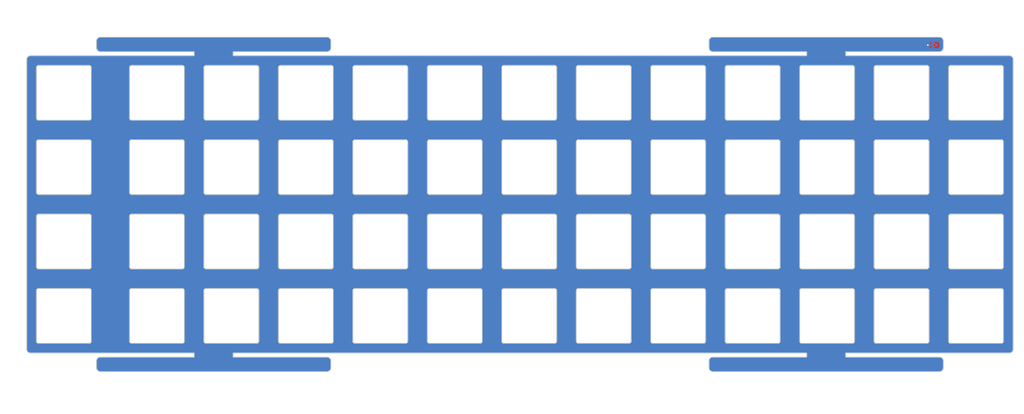
<source format=kicad_pcb>
(kicad_pcb (version 20221018) (generator pcbnew)
  (layers (0 "F.Cu" signal) (31 "B.Cu" signal) (34 "B.Paste" user) (35 "F.Paste" user) (36 "B.SilkS" user "B.Silkscreen") (37 "F.SilkS" user "F.Silkscreen") (38 "B.Mask" user) (39 "F.Mask" user) (44 "Edge.Cuts" user))
  (net 0 "")
  (net 2 "GND")
  (footprint "Resistor_SMD:R_0402_1005Metric" (layer "B.Cu") (at 256.0475 41.55 180)
    (fp_text reference "R1")
    (fp_text value "R_Small")
    (fp_line (start -0.153641 -0.38) (end 0.153641 -0.38) (stroke (width 0.12)) (layer "B.SilkS"))
    (fp_line (start -0.153641 0.38) (end 0.153641 0.38) (stroke (width 0.12)) (layer "B.SilkS"))
    (pad "1" smd roundrect (at -0.51 0 180) (size 0.54 0.64) (layers "B.Cu" "B.Paste" "B.Mask"))
    (pad "2" smd roundrect (at 0.51 0 180) (size 0.54 0.64) (layers "B.Cu" "B.Paste" "B.Mask") (net 2 "GND"))
  )
  (gr_arc (start 241.15002 60.768788) (mid 240.796467 60.622341) (end 240.65002 60.268788) (stroke (width 0.2)) (layer "Edge.Cuts"))
  (gr_arc (start 178.45002 79.318788) (mid 178.303573 79.672341) (end 177.95002 79.818788) (stroke (width 0.2)) (layer "Edge.Cuts"))
  (gr_arc (start 257.365645 121.443788) (mid 258.072752 121.736681) (end 258.365645 122.443788) (stroke (width 0.2)) (layer "Edge.Cuts"))
  (gr_arc (start 221.60002 66.318788) (mid 221.746467 65.965235) (end 222.10002 65.818788) (stroke (width 0.2)) (layer "Edge.Cuts"))
  (gr_arc (start 50.65002 98.868788) (mid 50.296467 98.722341) (end 50.15002 98.368788) (stroke (width 0.2)) (layer "Edge.Cuts"))
  (gr_line (start 66.671895 120.443788) (end 66.671895 121.443788) (stroke (width 0.2)) (layer "Edge.Cuts"))
  (gr_arc (start 42.671895 125.193788) (mid 41.964788 124.900895) (end 41.671895 124.193788) (stroke (width 0.2)) (layer "Edge.Cuts"))
  (gr_arc (start 63.65002 84.868788) (mid 64.003573 85.015235) (end 64.15002 85.368788) (stroke (width 0.2)) (layer "Edge.Cuts"))
  (gr_arc (start 88.25002 47.268788) (mid 88.396467 46.915235) (end 88.75002 46.768788) (stroke (width 0.2)) (layer "Edge.Cuts"))
  (gr_arc (start 159.40002 98.368788) (mid 159.253573 98.722341) (end 158.90002 98.868788) (stroke (width 0.2)) (layer "Edge.Cuts"))
  (gr_line (start 222.10002 117.918788) (end 235.10002 117.918788) (stroke (width 0.2)) (layer "Edge.Cuts"))
  (gr_arc (start 258.365645 42.243788) (mid 258.072752 42.950895) (end 257.365645 43.243788) (stroke (width 0.2)) (layer "Edge.Cuts"))
  (gr_arc (start 197.50002 98.368788) (mid 197.353573 98.722341) (end 197.00002 98.868788) (stroke (width 0.2)) (layer "Edge.Cuts"))
  (gr_arc (start 197.00002 84.868788) (mid 197.353573 85.015235) (end 197.50002 85.368788) (stroke (width 0.2)) (layer "Edge.Cuts"))
  (gr_arc (start 69.70002 79.818788) (mid 69.346467 79.672341) (end 69.20002 79.318788) (stroke (width 0.2)) (layer "Edge.Cuts"))
  (gr_line (start 39.83752 46.768788) (end 26.83752 46.768788) (stroke (width 0.2)) (layer "Edge.Cuts"))
  (gr_arc (start 199.365645 43.243788) (mid 198.658538 42.950895) (end 198.365645 42.243788) (stroke (width 0.2)) (layer "Edge.Cuts"))
  (gr_line (start 260.20002 65.818788) (end 273.20002 65.818788) (stroke (width 0.2)) (layer "Edge.Cuts"))
  (gr_line (start 102.25002 60.268788) (end 102.25002 47.268788) (stroke (width 0.2)) (layer "Edge.Cuts"))
  (gr_arc (start 26.83752 98.868788) (mid 26.483967 98.722341) (end 26.33752 98.368788) (stroke (width 0.2)) (layer "Edge.Cuts"))
  (gr_line (start 50.65002 79.818788) (end 63.65002 79.818788) (stroke (width 0.2)) (layer "Edge.Cuts"))
  (gr_arc (start 235.60002 98.368788) (mid 235.453573 98.722341) (end 235.10002 98.868788) (stroke (width 0.2)) (layer "Edge.Cuts"))
  (gr_arc (start 178.45002 117.418788) (mid 178.303573 117.772341) (end 177.95002 117.918788) (stroke (width 0.2)) (layer "Edge.Cuts"))
  (gr_line (start 223.365645 121.443788) (end 199.365645 121.443788) (stroke (width 0.2)) (layer "Edge.Cuts"))
  (gr_line (start 158.90002 103.918788) (end 145.90002 103.918788) (stroke (width 0.2)) (layer "Edge.Cuts"))
  (gr_arc (start 177.95002 84.868788) (mid 178.303573 85.015235) (end 178.45002 85.368788) (stroke (width 0.2)) (layer "Edge.Cuts"))
  (gr_line (start 222.10002 60.768788) (end 235.10002 60.768788) (stroke (width 0.2)) (layer "Edge.Cuts"))
  (gr_line (start 240.65002 85.368788) (end 240.65002 98.368788) (stroke (width 0.2)) (layer "Edge.Cuts"))
  (gr_arc (start 107.80002 60.768788) (mid 107.446467 60.622341) (end 107.30002 60.268788) (stroke (width 0.2)) (layer "Edge.Cuts"))
  (gr_arc (start 40.33752 117.418788) (mid 40.191073 117.772341) (end 39.83752 117.918788) (stroke (width 0.2)) (layer "Edge.Cuts"))
  (gr_line (start 64.15002 98.368788) (end 64.15002 85.368788) (stroke (width 0.2)) (layer "Edge.Cuts"))
  (gr_arc (start 216.55002 117.418788) (mid 216.403573 117.772341) (end 216.05002 117.918788) (stroke (width 0.2)) (layer "Edge.Cuts"))
  (gr_line (start 159.40002 79.318788) (end 159.40002 66.318788) (stroke (width 0.2)) (layer "Edge.Cuts"))
  (gr_line (start 216.55002 79.318788) (end 216.55002 66.318788) (stroke (width 0.2)) (layer "Edge.Cuts"))
  (gr_line (start 164.95002 65.818788) (end 177.95002 65.818788) (stroke (width 0.2)) (layer "Edge.Cuts"))
  (gr_line (start 164.95002 98.868788) (end 177.95002 98.868788) (stroke (width 0.2)) (layer "Edge.Cuts"))
  (gr_line (start 50.15002 104.418788) (end 50.15002 117.418788) (stroke (width 0.2)) (layer "Edge.Cuts"))
  (gr_line (start 145.90002 79.818788) (end 158.90002 79.818788) (stroke (width 0.2)) (layer "Edge.Cuts"))
  (gr_arc (start 159.40002 117.418788) (mid 159.253573 117.772341) (end 158.90002 117.918788) (stroke (width 0.2)) (layer "Edge.Cuts"))
  (gr_line (start 221.60002 66.318788) (end 221.60002 79.318788) (stroke (width 0.2)) (layer "Edge.Cuts"))
  (gr_line (start 259.70002 60.268788) (end 259.70002 47.268788) (stroke (width 0.2)) (layer "Edge.Cuts"))
  (gr_line (start 273.70002 66.318788) (end 273.70002 79.318788) (stroke (width 0.2)) (layer "Edge.Cuts"))
  (gr_arc (start 221.60002 85.368788) (mid 221.746467 85.015235) (end 222.10002 84.868788) (stroke (width 0.2)) (layer "Edge.Cuts"))
  (gr_arc (start 275.22502 44.243788) (mid 275.932127 44.536681) (end 276.22502 45.243788) (stroke (width 0.2)) (layer "Edge.Cuts"))
  (gr_line (start 199.365645 125.193788) (end 257.365645 125.193788) (stroke (width 0.2)) (layer "Edge.Cuts"))
  (gr_arc (start 39.83752 46.768788) (mid 40.191073 46.915235) (end 40.33752 47.268788) (stroke (width 0.2)) (layer "Edge.Cuts"))
  (gr_line (start 145.90002 98.868788) (end 158.90002 98.868788) (stroke (width 0.2)) (layer "Edge.Cuts"))
  (gr_line (start 276.22502 119.443788) (end 276.22502 45.243788) (stroke (width 0.2)) (layer "Edge.Cuts"))
  (gr_arc (start 101.75002 46.768788) (mid 102.103573 46.915235) (end 102.25002 47.268788) (stroke (width 0.2)) (layer "Edge.Cuts"))
  (gr_arc (start 50.15002 47.268788) (mid 50.296467 46.915235) (end 50.65002 46.768788) (stroke (width 0.2)) (layer "Edge.Cuts"))
  (gr_line (start 76.671895 43.243788) (end 100.671895 43.243788) (stroke (width 0.2)) (layer "Edge.Cuts"))
  (gr_line (start 233.365645 43.243788) (end 257.365645 43.243788) (stroke (width 0.2)) (layer "Edge.Cuts"))
  (gr_line (start 101.75002 84.868788) (end 88.75002 84.868788) (stroke (width 0.2)) (layer "Edge.Cuts"))
  (gr_arc (start 145.40002 47.268788) (mid 145.546467 46.915235) (end 145.90002 46.768788) (stroke (width 0.2)) (layer "Edge.Cuts"))
  (gr_line (start 216.05002 65.818788) (end 203.05002 65.818788) (stroke (width 0.2)) (layer "Edge.Cuts"))
  (gr_arc (start 50.65002 60.768788) (mid 50.296467 60.622341) (end 50.15002 60.268788) (stroke (width 0.2)) (layer "Edge.Cuts"))
  (gr_line (start 50.15002 85.368788) (end 50.15002 98.368788) (stroke (width 0.2)) (layer "Edge.Cuts"))
  (gr_line (start 120.80002 46.768788) (end 107.80002 46.768788) (stroke (width 0.2)) (layer "Edge.Cuts"))
  (gr_arc (start 197.50002 117.418788) (mid 197.353573 117.772341) (end 197.00002 117.918788) (stroke (width 0.2)) (layer "Edge.Cuts"))
  (gr_line (start 126.85002 84.868788) (end 139.85002 84.868788) (stroke (width 0.2)) (layer "Edge.Cuts"))
  (gr_line (start 257.365645 39.493788) (end 199.365645 39.493788) (stroke (width 0.2)) (layer "Edge.Cuts"))
  (gr_arc (start 260.20002 117.918788) (mid 259.846467 117.772341) (end 259.70002 117.418788) (stroke (width 0.2)) (layer "Edge.Cuts"))
  (gr_arc (start 140.35002 79.318788) (mid 140.203573 79.672341) (end 139.85002 79.818788) (stroke (width 0.2)) (layer "Edge.Cuts"))
  (gr_line (start 50.15002 66.318788) (end 50.15002 79.318788) (stroke (width 0.2)) (layer "Edge.Cuts"))
  (gr_arc (start 216.55002 60.268788) (mid 216.403573 60.622341) (end 216.05002 60.768788) (stroke (width 0.2)) (layer "Edge.Cuts"))
  (gr_arc (start 259.70002 85.368788) (mid 259.846467 85.015235) (end 260.20002 84.868788) (stroke (width 0.2)) (layer "Edge.Cuts"))
  (gr_line (start 198.365645 40.493788) (end 198.365645 42.243788) (stroke (width 0.2)) (layer "Edge.Cuts"))
  (gr_line (start 101.671895 42.243788) (end 101.671895 40.493788) (stroke (width 0.2)) (layer "Edge.Cuts"))
  (gr_arc (start 83.20002 79.318788) (mid 83.053573 79.672341) (end 82.70002 79.818788) (stroke (width 0.2)) (layer "Edge.Cuts"))
  (gr_line (start 76.671895 120.443788) (end 223.365645 120.443788) (stroke (width 0.2)) (layer "Edge.Cuts"))
  (gr_arc (start 102.25002 98.368788) (mid 102.103573 98.722341) (end 101.75002 98.868788) (stroke (width 0.2)) (layer "Edge.Cuts"))
  (gr_line (start 100.671895 39.493788) (end 42.671895 39.493788) (stroke (width 0.2)) (layer "Edge.Cuts"))
  (gr_arc (start 63.65002 103.918788) (mid 64.003573 104.065235) (end 64.15002 104.418788) (stroke (width 0.2)) (layer "Edge.Cuts"))
  (gr_arc (start 197.00002 103.918788) (mid 197.353573 104.065235) (end 197.50002 104.418788) (stroke (width 0.2)) (layer "Edge.Cuts"))
  (gr_line (start 221.60002 98.368788) (end 221.60002 85.368788) (stroke (width 0.2)) (layer "Edge.Cuts"))
  (gr_line (start 223.365645 44.243788) (end 76.671895 44.243788) (stroke (width 0.2)) (layer "Edge.Cuts"))
  (gr_line (start 233.365645 120.443788) (end 275.22502 120.443788) (stroke (width 0.2)) (layer "Edge.Cuts"))
  (gr_arc (start 259.70002 66.318788) (mid 259.846467 65.965235) (end 260.20002 65.818788) (stroke (width 0.2)) (layer "Edge.Cuts"))
  (gr_line (start 101.671895 124.193788) (end 101.671895 122.443788) (stroke (width 0.2)) (layer "Edge.Cuts"))
  (gr_arc (start 273.20002 84.868788) (mid 273.553573 85.015235) (end 273.70002 85.368788) (stroke (width 0.2)) (layer "Edge.Cuts"))
  (gr_line (start 240.65002 66.318788) (end 240.65002 79.318788) (stroke (width 0.2)) (layer "Edge.Cuts"))
  (gr_arc (start 140.35002 98.368788) (mid 140.203573 98.722341) (end 139.85002 98.868788) (stroke (width 0.2)) (layer "Edge.Cuts"))
  (gr_line (start 40.33752 104.418788) (end 40.33752 117.418788) (stroke (width 0.2)) (layer "Edge.Cuts"))
  (gr_line (start 178.45002 117.418788) (end 178.45002 104.418788) (stroke (width 0.2)) (layer "Edge.Cuts"))
  (gr_line (start 69.70002 98.868788) (end 82.70002 98.868788) (stroke (width 0.2)) (layer "Edge.Cuts"))
  (gr_arc (start 83.20002 117.418788) (mid 83.053573 117.772341) (end 82.70002 117.918788) (stroke (width 0.2)) (layer "Edge.Cuts"))
  (gr_line (start 178.45002 98.368788) (end 178.45002 85.368788) (stroke (width 0.2)) (layer "Edge.Cuts"))
  (gr_line (start 235.60002 117.418788) (end 235.60002 104.418788) (stroke (width 0.2)) (layer "Edge.Cuts"))
  (gr_arc (start 145.40002 104.418788) (mid 145.546467 104.065235) (end 145.90002 103.918788) (stroke (width 0.2)) (layer "Edge.Cuts"))
  (gr_arc (start 221.60002 47.268788) (mid 221.746467 46.915235) (end 222.10002 46.768788) (stroke (width 0.2)) (layer "Edge.Cuts"))
  (gr_line (start 121.30002 98.368788) (end 121.30002 85.368788) (stroke (width 0.2)) (layer "Edge.Cuts"))
  (gr_line (start 121.30002 117.418788) (end 121.30002 104.418788) (stroke (width 0.2)) (layer "Edge.Cuts"))
  (gr_arc (start 203.05002 60.768788) (mid 202.696467 60.622341) (end 202.55002 60.268788) (stroke (width 0.2)) (layer "Edge.Cuts"))
  (gr_line (start 64.15002 60.268788) (end 64.15002 47.268788) (stroke (width 0.2)) (layer "Edge.Cuts"))
  (gr_arc (start 126.85002 79.818788) (mid 126.496467 79.672341) (end 126.35002 79.318788) (stroke (width 0.2)) (layer "Edge.Cuts"))
  (gr_line (start 26.83752 98.868788) (end 39.83752 98.868788) (stroke (width 0.2)) (layer "Edge.Cuts"))
  (gr_line (start 101.75002 46.768788) (end 88.75002 46.768788) (stroke (width 0.2)) (layer "Edge.Cuts"))
  (gr_arc (start 254.65002 117.418788) (mid 254.503573 117.772341) (end 254.15002 117.918788) (stroke (width 0.2)) (layer "Edge.Cuts"))
  (gr_arc (start 273.70002 98.368788) (mid 273.553573 98.722341) (end 273.20002 98.868788) (stroke (width 0.2)) (layer "Edge.Cuts"))
  (gr_arc (start 69.20002 104.418788) (mid 69.346467 104.065235) (end 69.70002 103.918788) (stroke (width 0.2)) (layer "Edge.Cuts"))
  (gr_line (start 183.50002 47.268788) (end 183.50002 60.268788) (stroke (width 0.2)) (layer "Edge.Cuts"))
  (gr_line (start 63.65002 65.818788) (end 50.65002 65.818788) (stroke (width 0.2)) (layer "Edge.Cuts"))
  (gr_line (start 159.40002 117.418788) (end 159.40002 104.418788) (stroke (width 0.2)) (layer "Edge.Cuts"))
  (gr_arc (start 83.20002 60.268788) (mid 83.053573 60.622341) (end 82.70002 60.768788) (stroke (width 0.2)) (layer "Edge.Cuts"))
  (gr_arc (start 126.85002 60.768788) (mid 126.496467 60.622341) (end 126.35002 60.268788) (stroke (width 0.2)) (layer "Edge.Cuts"))
  (gr_arc (start 222.10002 79.818788) (mid 221.746467 79.672341) (end 221.60002 79.318788) (stroke (width 0.2)) (layer "Edge.Cuts"))
  (gr_line (start 183.50002 85.368788) (end 183.50002 98.368788) (stroke (width 0.2)) (layer "Edge.Cuts"))
  (gr_arc (start 184.00002 117.918788) (mid 183.646467 117.772341) (end 183.50002 117.418788) (stroke (width 0.2)) (layer "Edge.Cuts"))
  (gr_arc (start 69.70002 60.768788) (mid 69.346467 60.622341) (end 69.20002 60.268788) (stroke (width 0.2)) (layer "Edge.Cuts"))
  (gr_arc (start 241.15002 79.818788) (mid 240.796467 79.672341) (end 240.65002 79.318788) (stroke (width 0.2)) (layer "Edge.Cuts"))
  (gr_line (start 69.20002 66.318788) (end 69.20002 79.318788) (stroke (width 0.2)) (layer "Edge.Cuts"))
  (gr_line (start 83.20002 117.418788) (end 83.20002 104.418788) (stroke (width 0.2)) (layer "Edge.Cuts"))
  (gr_arc (start 260.20002 60.768788) (mid 259.846467 60.622341) (end 259.70002 60.268788) (stroke (width 0.2)) (layer "Edge.Cuts"))
  (gr_arc (start 26.33752 66.318788) (mid 26.483967 65.965235) (end 26.83752 65.818788) (stroke (width 0.2)) (layer "Edge.Cuts"))
  (gr_line (start 158.90002 46.768788) (end 145.90002 46.768788) (stroke (width 0.2)) (layer "Edge.Cuts"))
  (gr_arc (start 183.50002 47.268788) (mid 183.646467 46.915235) (end 184.00002 46.768788) (stroke (width 0.2)) (layer "Edge.Cuts"))
  (gr_line (start 258.365645 42.243788) (end 258.365645 40.493788) (stroke (width 0.2)) (layer "Edge.Cuts"))
  (gr_arc (start 235.60002 60.268788) (mid 235.453573 60.622341) (end 235.10002 60.768788) (stroke (width 0.2)) (layer "Edge.Cuts"))
  (gr_line (start 126.35002 66.318788) (end 126.35002 79.318788) (stroke (width 0.2)) (layer "Edge.Cuts"))
  (gr_arc (start 241.15002 117.918788) (mid 240.796467 117.772341) (end 240.65002 117.418788) (stroke (width 0.2)) (layer "Edge.Cuts"))
  (gr_arc (start 257.365645 39.493788) (mid 258.072752 39.786681) (end 258.365645 40.493788) (stroke (width 0.2)) (layer "Edge.Cuts"))
  (gr_arc (start 158.90002 65.818788) (mid 159.253573 65.965235) (end 159.40002 66.318788) (stroke (width 0.2)) (layer "Edge.Cuts"))
  (gr_line (start 216.55002 117.418788) (end 216.55002 104.418788) (stroke (width 0.2)) (layer "Edge.Cuts"))
  (gr_arc (start 197.50002 79.318788) (mid 197.353573 79.672341) (end 197.00002 79.818788) (stroke (width 0.2)) (layer "Edge.Cuts"))
  (gr_arc (start 254.15002 84.868788) (mid 254.503573 85.015235) (end 254.65002 85.368788) (stroke (width 0.2)) (layer "Edge.Cuts"))
  (gr_arc (start 216.55002 79.318788) (mid 216.403573 79.672341) (end 216.05002 79.818788) (stroke (width 0.2)) (layer "Edge.Cuts"))
  (gr_arc (start 69.20002 47.268788) (mid 69.346467 46.915235) (end 69.70002 46.768788) (stroke (width 0.2)) (layer "Edge.Cuts"))
  (gr_line (start 107.30002 104.418788) (end 107.30002 117.418788) (stroke (width 0.2)) (layer "Edge.Cuts"))
  (gr_line (start 120.80002 65.818788) (end 107.80002 65.818788) (stroke (width 0.2)) (layer "Edge.Cuts"))
  (gr_line (start 107.80002 60.768788) (end 120.80002 60.768788) (stroke (width 0.2)) (layer "Edge.Cuts"))
  (gr_line (start 82.70002 84.868788) (end 69.70002 84.868788) (stroke (width 0.2)) (layer "Edge.Cuts"))
  (gr_arc (start 101.75002 65.818788) (mid 102.103573 65.965235) (end 102.25002 66.318788) (stroke (width 0.2)) (layer "Edge.Cuts"))
  (gr_arc (start 164.45002 66.318788) (mid 164.596467 65.965235) (end 164.95002 65.818788) (stroke (width 0.2)) (layer "Edge.Cuts"))
  (gr_arc (start 273.70002 79.318788) (mid 273.553573 79.672341) (end 273.20002 79.818788) (stroke (width 0.2)) (layer "Edge.Cuts"))
  (gr_line (start 254.15002 65.818788) (end 241.15002 65.818788) (stroke (width 0.2)) (layer "Edge.Cuts"))
  (gr_line (start 199.365645 43.243788) (end 223.365645 43.243788) (stroke (width 0.2)) (layer "Edge.Cuts"))
  (gr_arc (start 50.65002 79.818788) (mid 50.296467 79.672341) (end 50.15002 79.318788) (stroke (width 0.2)) (layer "Edge.Cuts"))
  (gr_arc (start 50.15002 85.368788) (mid 50.296467 85.015235) (end 50.65002 84.868788) (stroke (width 0.2)) (layer "Edge.Cuts"))
  (gr_line (start 64.15002 79.318788) (end 64.15002 66.318788) (stroke (width 0.2)) (layer "Edge.Cuts"))
  (gr_arc (start 235.10002 65.818788) (mid 235.453573 65.965235) (end 235.60002 66.318788) (stroke (width 0.2)) (layer "Edge.Cuts"))
  (gr_arc (start 88.25002 66.318788) (mid 88.396467 65.965235) (end 88.75002 65.818788) (stroke (width 0.2)) (layer "Edge.Cuts"))
  (gr_arc (start 222.10002 98.868788) (mid 221.746467 98.722341) (end 221.60002 98.368788) (stroke (width 0.2)) (layer "Edge.Cuts"))
  (gr_line (start 202.55002 85.368788) (end 202.55002 98.368788) (stroke (width 0.2)) (layer "Edge.Cuts"))
  (gr_line (start 39.83752 117.918788) (end 26.83752 117.918788) (stroke (width 0.2)) (layer "Edge.Cuts"))
  (gr_line (start 164.95002 117.918788) (end 177.95002 117.918788) (stroke (width 0.2)) (layer "Edge.Cuts"))
  (gr_arc (start 202.55002 104.418788) (mid 202.696467 104.065235) (end 203.05002 103.918788) (stroke (width 0.2)) (layer "Edge.Cuts"))
  (gr_arc (start 40.33752 98.368788) (mid 40.191073 98.722341) (end 39.83752 98.868788) (stroke (width 0.2)) (layer "Edge.Cuts"))
  (gr_arc (start 107.30002 47.268788) (mid 107.446467 46.915235) (end 107.80002 46.768788) (stroke (width 0.2)) (layer "Edge.Cuts"))
  (gr_arc (start 64.15002 60.268788) (mid 64.003573 60.622341) (end 63.65002 60.768788) (stroke (width 0.2)) (layer "Edge.Cuts"))
  (gr_arc (start 260.20002 79.818788) (mid 259.846467 79.672341) (end 259.70002 79.318788) (stroke (width 0.2)) (layer "Edge.Cuts"))
  (gr_arc (start 276.22502 119.443788) (mid 275.932127 120.150895) (end 275.22502 120.443788) (stroke (width 0.2)) (layer "Edge.Cuts"))
  (gr_arc (start 26.33752 47.268788) (mid 26.483967 46.915235) (end 26.83752 46.768788) (stroke (width 0.2)) (layer "Edge.Cuts"))
  (gr_arc (start 203.05002 98.868788) (mid 202.696467 98.722341) (end 202.55002 98.368788) (stroke (width 0.2)) (layer "Edge.Cuts"))
  (gr_line (start 202.55002 66.318788) (end 202.55002 79.318788) (stroke (width 0.2)) (layer "Edge.Cuts"))
  (gr_line (start 139.85002 65.818788) (end 126.85002 65.818788) (stroke (width 0.2)) (layer "Edge.Cuts"))
  (gr_arc (start 140.35002 60.268788) (mid 140.203573 60.622341) (end 139.85002 60.768788) (stroke (width 0.2)) (layer "Edge.Cuts"))
  (gr_line (start 216.55002 60.268788) (end 216.55002 47.268788) (stroke (width 0.2)) (layer "Edge.Cuts"))
  (gr_line (start 164.95002 60.768788) (end 177.95002 60.768788) (stroke (width 0.2)) (layer "Edge.Cuts"))
  (gr_line (start 254.65002 117.418788) (end 254.65002 104.418788) (stroke (width 0.2)) (layer "Edge.Cuts"))
  (gr_arc (start 121.30002 117.418788) (mid 121.153573 117.772341) (end 120.80002 117.918788) (stroke (width 0.2)) (layer "Edge.Cuts"))
  (gr_line (start 26.33752 117.418788) (end 26.33752 104.418788) (stroke (width 0.2)) (layer "Edge.Cuts"))
  (gr_line (start 241.15002 98.868788) (end 254.15002 98.868788) (stroke (width 0.2)) (layer "Edge.Cuts"))
  (gr_arc (start 158.90002 103.918788) (mid 159.253573 104.065235) (end 159.40002 104.418788) (stroke (width 0.2)) (layer "Edge.Cuts"))
  (gr_arc (start 88.75002 60.768788) (mid 88.396467 60.622341) (end 88.25002 60.268788) (stroke (width 0.2)) (layer "Edge.Cuts"))
  (gr_arc (start 235.60002 79.318788) (mid 235.453573 79.672341) (end 235.10002 79.818788) (stroke (width 0.2)) (layer "Edge.Cuts"))
  (gr_arc (start 184.00002 79.818788) (mid 183.646467 79.672341) (end 183.50002 79.318788) (stroke (width 0.2)) (layer "Edge.Cuts"))
  (gr_line (start 140.35002 117.418788) (end 140.35002 104.418788) (stroke (width 0.2)) (layer "Edge.Cuts"))
  (gr_line (start 50.15002 47.268788) (end 50.15002 60.268788) (stroke (width 0.2)) (layer "Edge.Cuts"))
  (gr_arc (start 158.90002 84.868788) (mid 159.253573 85.015235) (end 159.40002 85.368788) (stroke (width 0.2)) (layer "Edge.Cuts"))
  (gr_arc (start 145.90002 79.818788) (mid 145.546467 79.672341) (end 145.40002 79.318788) (stroke (width 0.2)) (layer "Edge.Cuts"))
  (gr_arc (start 83.20002 98.368788) (mid 83.053573 98.722341) (end 82.70002 98.868788) (stroke (width 0.2)) (layer "Edge.Cuts"))
  (gr_arc (start 177.95002 46.768788) (mid 178.303573 46.915235) (end 178.45002 47.268788) (stroke (width 0.2)) (layer "Edge.Cuts"))
  (gr_line (start 63.65002 84.868788) (end 50.65002 84.868788) (stroke (width 0.2)) (layer "Edge.Cuts"))
  (gr_arc (start 69.70002 117.918788) (mid 69.346467 117.772341) (end 69.20002 117.418788) (stroke (width 0.2)) (layer "Edge.Cuts"))
  (gr_arc (start 88.25002 85.368788) (mid 88.396467 85.015235) (end 88.75002 84.868788) (stroke (width 0.2)) (layer "Edge.Cuts"))
  (gr_line (start 203.05002 117.918788) (end 216.05002 117.918788) (stroke (width 0.2)) (layer "Edge.Cuts"))
  (gr_line (start 66.671895 43.243788) (end 66.671895 44.243788) (stroke (width 0.2)) (layer "Edge.Cuts"))
  (gr_line (start 233.365645 121.443788) (end 233.365645 120.443788) (stroke (width 0.2)) (layer "Edge.Cuts"))
  (gr_arc (start 26.33752 85.368788) (mid 26.483967 85.015235) (end 26.83752 84.868788) (stroke (width 0.2)) (layer "Edge.Cuts"))
  (gr_arc (start 101.75002 103.918788) (mid 102.103573 104.065235) (end 102.25002 104.418788) (stroke (width 0.2)) (layer "Edge.Cuts"))
  (gr_line (start 241.15002 79.818788) (end 254.15002 79.818788) (stroke (width 0.2)) (layer "Edge.Cuts"))
  (gr_line (start 126.85002 79.818788) (end 139.85002 79.818788) (stroke (width 0.2)) (layer "Edge.Cuts"))
  (gr_arc (start 69.20002 85.368788) (mid 69.346467 85.015235) (end 69.70002 84.868788) (stroke (width 0.2)) (layer "Edge.Cuts"))
  (gr_arc (start 126.35002 85.368788) (mid 126.496467 85.015235) (end 126.85002 84.868788) (stroke (width 0.2)) (layer "Edge.Cuts"))
  (gr_arc (start 158.90002 46.768788) (mid 159.253573 46.915235) (end 159.40002 47.268788) (stroke (width 0.2)) (layer "Edge.Cuts"))
  (gr_line (start 83.20002 79.318788) (end 83.20002 66.318788) (stroke (width 0.2)) (layer "Edge.Cuts"))
  (gr_line (start 107.30002 85.368788) (end 107.30002 98.368788) (stroke (width 0.2)) (layer "Edge.Cuts"))
  (gr_arc (start 126.35002 104.418788) (mid 126.496467 104.065235) (end 126.85002 103.918788) (stroke (width 0.2)) (layer "Edge.Cuts"))
  (gr_arc (start 50.65002 117.918788) (mid 50.296467 117.772341) (end 50.15002 117.418788) (stroke (width 0.2)) (layer "Edge.Cuts"))
  (gr_line (start 102.25002 98.368788) (end 102.25002 85.368788) (stroke (width 0.2)) (layer "Edge.Cuts"))
  (gr_arc (start 145.40002 66.318788) (mid 145.546467 65.965235) (end 145.90002 65.818788) (stroke (width 0.2)) (layer "Edge.Cuts"))
  (gr_line (start 235.60002 60.268788) (end 235.60002 47.268788) (stroke (width 0.2)) (layer "Edge.Cuts"))
  (gr_arc (start 164.45002 104.418788) (mid 164.596467 104.065235) (end 164.95002 103.918788) (stroke (width 0.2)) (layer "Edge.Cuts"))
  (gr_arc (start 199.365645 125.193788) (mid 198.658538 124.900895) (end 198.365645 124.193788) (stroke (width 0.2)) (layer "Edge.Cuts"))
  (gr_line (start 197.00002 103.918788) (end 184.00002 103.918788) (stroke (width 0.2)) (layer "Edge.Cuts"))
  (gr_line (start 26.83752 60.768788) (end 39.83752 60.768788) (stroke (width 0.2)) (layer "Edge.Cuts"))
  (gr_line (start 120.80002 103.918788) (end 107.80002 103.918788) (stroke (width 0.2)) (layer "Edge.Cuts"))
  (gr_arc (start 260.20002 98.868788) (mid 259.846467 98.722341) (end 259.70002 98.368788) (stroke (width 0.2)) (layer "Edge.Cuts"))
  (gr_line (start 42.671895 43.243788) (end 66.671895 43.243788) (stroke (width 0.2)) (layer "Edge.Cuts"))
  (gr_arc (start 40.33752 60.268788) (mid 40.191073 60.622341) (end 39.83752 60.768788) (stroke (width 0.2)) (layer "Edge.Cuts"))
  (gr_line (start 159.40002 98.368788) (end 159.40002 85.368788) (stroke (width 0.2)) (layer "Edge.Cuts"))
  (gr_line (start 126.85002 46.768788) (end 139.85002 46.768788) (stroke (width 0.2)) (layer "Edge.Cuts"))
  (gr_line (start 240.65002 47.268788) (end 240.65002 60.268788) (stroke (width 0.2)) (layer "Edge.Cuts"))
  (gr_line (start 223.365645 43.243788) (end 223.365645 44.243788) (stroke (width 0.2)) (layer "Edge.Cuts"))
  (gr_arc (start 241.15002 98.868788) (mid 240.796467 98.722341) (end 240.65002 98.368788) (stroke (width 0.2)) (layer "Edge.Cuts"))
  (gr_line (start 26.33752 47.268788) (end 26.33752 60.268788) (stroke (width 0.2)) (layer "Edge.Cuts"))
  (gr_arc (start 107.80002 117.918788) (mid 107.446467 117.772341) (end 107.30002 117.418788) (stroke (width 0.2)) (layer "Edge.Cuts"))
  (gr_arc (start 121.30002 60.268788) (mid 121.153573 60.622341) (end 120.80002 60.768788) (stroke (width 0.2)) (layer "Edge.Cuts"))
  (gr_line (start 145.40002 85.368788) (end 145.40002 98.368788) (stroke (width 0.2)) (layer "Edge.Cuts"))
  (gr_arc (start 120.80002 84.868788) (mid 121.153573 85.015235) (end 121.30002 85.368788) (stroke (width 0.2)) (layer "Edge.Cuts"))
  (gr_line (start 88.75002 117.918788) (end 101.75002 117.918788) (stroke (width 0.2)) (layer "Edge.Cuts"))
  (gr_arc (start 107.80002 79.818788) (mid 107.446467 79.672341) (end 107.30002 79.318788) (stroke (width 0.2)) (layer "Edge.Cuts"))
  (gr_line (start 233.365645 44.243788) (end 233.365645 43.243788) (stroke (width 0.2)) (layer "Edge.Cuts"))
  (gr_arc (start 139.85002 84.868788) (mid 140.203573 85.015235) (end 140.35002 85.368788) (stroke (width 0.2)) (layer "Edge.Cuts"))
  (gr_arc (start 273.20002 46.768788) (mid 273.553573 46.915235) (end 273.70002 47.268788) (stroke (width 0.2)) (layer "Edge.Cuts"))
  (gr_arc (start 69.20002 66.318788) (mid 69.346467 65.965235) (end 69.70002 65.818788) (stroke (width 0.2)) (layer "Edge.Cuts"))
  (gr_line (start 235.10002 65.818788) (end 222.10002 65.818788) (stroke (width 0.2)) (layer "Edge.Cuts"))
  (gr_line (start 66.671895 44.243788) (end 24.81252 44.243788) (stroke (width 0.2)) (layer "Edge.Cuts"))
  (gr_line (start 69.20002 85.368788) (end 69.20002 98.368788) (stroke (width 0.2)) (layer "Edge.Cuts"))
  (gr_arc (start 64.15002 79.318788) (mid 64.003573 79.672341) (end 63.65002 79.818788) (stroke (width 0.2)) (layer "Edge.Cuts"))
  (gr_line (start 63.65002 103.918788) (end 50.65002 103.918788) (stroke (width 0.2)) (layer "Edge.Cuts"))
  (gr_line (start 223.365645 120.443788) (end 223.365645 121.443788) (stroke (width 0.2)) (layer "Edge.Cuts"))
  (gr_arc (start 183.50002 66.318788) (mid 183.646467 65.965235) (end 184.00002 65.818788) (stroke (width 0.2)) (layer "Edge.Cuts"))
  (gr_arc (start 235.10002 84.868788) (mid 235.453573 85.015235) (end 235.60002 85.368788) (stroke (width 0.2)) (layer "Edge.Cuts"))
  (gr_line (start 88.75002 79.818788) (end 101.75002 79.818788) (stroke (width 0.2)) (layer "Edge.Cuts"))
  (gr_arc (start 178.45002 98.368788) (mid 178.303573 98.722341) (end 177.95002 98.868788) (stroke (width 0.2)) (layer "Edge.Cuts"))
  (gr_line (start 177.95002 103.918788) (end 164.95002 103.918788) (stroke (width 0.2)) (layer "Edge.Cuts"))
  (gr_line (start 101.75002 65.818788) (end 88.75002 65.818788) (stroke (width 0.2)) (layer "Edge.Cuts"))
  (gr_arc (start 102.25002 117.418788) (mid 102.103573 117.772341) (end 101.75002 117.918788) (stroke (width 0.2)) (layer "Edge.Cuts"))
  (gr_line (start 178.45002 60.268788) (end 178.45002 47.268788) (stroke (width 0.2)) (layer "Edge.Cuts"))
  (gr_arc (start 145.40002 85.368788) (mid 145.546467 85.015235) (end 145.90002 84.868788) (stroke (width 0.2)) (layer "Edge.Cuts"))
  (gr_line (start 126.35002 98.368788) (end 126.35002 85.368788) (stroke (width 0.2)) (layer "Edge.Cuts"))
  (gr_arc (start 240.65002 85.368788) (mid 240.796467 85.015235) (end 241.15002 84.868788) (stroke (width 0.2)) (layer "Edge.Cuts"))
  (gr_arc (start 69.70002 98.868788) (mid 69.346467 98.722341) (end 69.20002 98.368788) (stroke (width 0.2)) (layer "Edge.Cuts"))
  (gr_line (start 140.35002 47.268788) (end 140.35002 60.268788) (stroke (width 0.2)) (layer "Edge.Cuts"))
  (gr_line (start 177.95002 84.868788) (end 164.95002 84.868788) (stroke (width 0.2)) (layer "Edge.Cuts"))
  (gr_arc (start 139.85002 65.818788) (mid 140.203573 65.965235) (end 140.35002 66.318788) (stroke (width 0.2)) (layer "Edge.Cuts"))
  (gr_arc (start 107.30002 104.418788) (mid 107.446467 104.065235) (end 107.80002 103.918788) (stroke (width 0.2)) (layer "Edge.Cuts"))
  (gr_arc (start 126.85002 98.868788) (mid 126.496467 98.722341) (end 126.35002 98.368788) (stroke (width 0.2)) (layer "Edge.Cuts"))
  (gr_line (start 139.85002 60.768788) (end 126.85002 60.768788) (stroke (width 0.2)) (layer "Edge.Cuts"))
  (gr_arc (start 258.365645 124.193788) (mid 258.072752 124.900895) (end 257.365645 125.193788) (stroke (width 0.2)) (layer "Edge.Cuts"))
  (gr_arc (start 126.35002 66.318788) (mid 126.496467 65.965235) (end 126.85002 65.818788) (stroke (width 0.2)) (layer "Edge.Cuts"))
  (gr_line (start 82.70002 46.768788) (end 69.70002 46.768788) (stroke (width 0.2)) (layer "Edge.Cuts"))
  (gr_arc (start 120.80002 46.768788) (mid 121.153573 46.915235) (end 121.30002 47.268788) (stroke (width 0.2)) (layer "Edge.Cuts"))
  (gr_line (start 69.20002 47.268788) (end 69.20002 60.268788) (stroke (width 0.2)) (layer "Edge.Cuts"))
  (gr_line (start 107.30002 47.268788) (end 107.30002 60.268788) (stroke (width 0.2)) (layer "Edge.Cuts"))
  (gr_arc (start 64.15002 98.368788) (mid 64.003573 98.722341) (end 63.65002 98.868788) (stroke (width 0.2)) (layer "Edge.Cuts"))
  (gr_line (start 164.45002 79.318788) (end 164.45002 66.318788) (stroke (width 0.2)) (layer "Edge.Cuts"))
  (gr_arc (start 216.55002 98.368788) (mid 216.403573 98.722341) (end 216.05002 98.868788) (stroke (width 0.2)) (layer "Edge.Cuts"))
  (gr_line (start 41.671895 122.443788) (end 41.671895 124.193788) (stroke (width 0.2)) (layer "Edge.Cuts"))
  (gr_arc (start 23.81252 45.243788) (mid 24.105413 44.536681) (end 24.81252 44.243788) (stroke (width 0.2)) (layer "Edge.Cuts"))
  (gr_arc (start 50.15002 104.418788) (mid 50.296467 104.065235) (end 50.65002 103.918788) (stroke (width 0.2)) (layer "Edge.Cuts"))
  (gr_arc (start 235.10002 46.768788) (mid 235.453573 46.915235) (end 235.60002 47.268788) (stroke (width 0.2)) (layer "Edge.Cuts"))
  (gr_arc (start 235.60002 117.418788) (mid 235.453573 117.772341) (end 235.10002 117.918788) (stroke (width 0.2)) (layer "Edge.Cuts"))
  (gr_line (start 198.365645 122.443788) (end 198.365645 124.193788) (stroke (width 0.2)) (layer "Edge.Cuts"))
  (gr_arc (start 145.90002 98.868788) (mid 145.546467 98.722341) (end 145.40002 98.368788) (stroke (width 0.2)) (layer "Edge.Cuts"))
  (gr_line (start 216.05002 103.918788) (end 203.05002 103.918788) (stroke (width 0.2)) (layer "Edge.Cuts"))
  (gr_arc (start 164.95002 60.768788) (mid 164.596467 60.622341) (end 164.45002 60.268788) (stroke (width 0.2)) (layer "Edge.Cuts"))
  (gr_arc (start 82.70002 65.818788) (mid 83.053573 65.965235) (end 83.20002 66.318788) (stroke (width 0.2)) (layer "Edge.Cuts"))
  (gr_arc (start 100.671895 121.443788) (mid 101.379002 121.736681) (end 101.671895 122.443788) (stroke (width 0.2)) (layer "Edge.Cuts"))
  (gr_arc (start 202.55002 85.368788) (mid 202.696467 85.015235) (end 203.05002 84.868788) (stroke (width 0.2)) (layer "Edge.Cuts"))
  (gr_line (start 26.33752 85.368788) (end 26.33752 98.368788) (stroke (width 0.2)) (layer "Edge.Cuts"))
  (gr_line (start 254.65002 79.318788) (end 254.65002 66.318788) (stroke (width 0.2)) (layer "Edge.Cuts"))
  (gr_line (start 273.20002 84.868788) (end 260.20002 84.868788) (stroke (width 0.2)) (layer "Edge.Cuts"))
  (gr_line (start 107.80002 79.818788) (end 120.80002 79.818788) (stroke (width 0.2)) (layer "Edge.Cuts"))
  (gr_arc (start 126.85002 117.918788) (mid 126.496467 117.772341) (end 126.35002 117.418788) (stroke (width 0.2)) (layer "Edge.Cuts"))
  (gr_line (start 273.70002 98.368788) (end 273.70002 85.368788) (stroke (width 0.2)) (layer "Edge.Cuts"))
  (gr_arc (start 100.671895 39.493788) (mid 101.379002 39.786681) (end 101.671895 40.493788) (stroke (width 0.2)) (layer "Edge.Cuts"))
  (gr_arc (start 140.35002 117.418788) (mid 140.203573 117.772341) (end 139.85002 117.918788) (stroke (width 0.2)) (layer "Edge.Cuts"))
  (gr_line (start 197.00002 46.768788) (end 184.00002 46.768788) (stroke (width 0.2)) (layer "Edge.Cuts"))
  (gr_line (start 126.35002 60.268788) (end 126.35002 47.268788) (stroke (width 0.2)) (layer "Edge.Cuts"))
  (gr_line (start 254.15002 46.768788) (end 241.15002 46.768788) (stroke (width 0.2)) (layer "Edge.Cuts"))
  (gr_line (start 50.65002 117.918788) (end 63.65002 117.918788) (stroke (width 0.2)) (layer "Edge.Cuts"))
  (gr_line (start 241.15002 117.918788) (end 254.15002 117.918788) (stroke (width 0.2)) (layer "Edge.Cuts"))
  (gr_line (start 83.20002 98.368788) (end 83.20002 85.368788) (stroke (width 0.2)) (layer "Edge.Cuts"))
  (gr_line (start 241.15002 60.768788) (end 254.15002 60.768788) (stroke (width 0.2)) (layer "Edge.Cuts"))
  (gr_line (start 273.20002 60.768788) (end 260.20002 60.768788) (stroke (width 0.2)) (layer "Edge.Cuts"))
  (gr_line (start 145.90002 60.768788) (end 158.90002 60.768788) (stroke (width 0.2)) (layer "Edge.Cuts"))
  (gr_arc (start 259.70002 104.418788) (mid 259.846467 104.065235) (end 260.20002 103.918788) (stroke (width 0.2)) (layer "Edge.Cuts"))
  (gr_line (start 50.65002 98.868788) (end 63.65002 98.868788) (stroke (width 0.2)) (layer "Edge.Cuts"))
  (gr_line (start 88.25002 66.318788) (end 88.25002 79.318788) (stroke (width 0.2)) (layer "Edge.Cuts"))
  (gr_arc (start 26.83752 117.918788) (mid 26.483967 117.772341) (end 26.33752 117.418788) (stroke (width 0.2)) (layer "Edge.Cuts"))
  (gr_line (start 259.70002 79.318788) (end 259.70002 66.318788) (stroke (width 0.2)) (layer "Edge.Cuts"))
  (gr_arc (start 101.671895 124.193788) (mid 101.379002 124.900895) (end 100.671895 125.193788) (stroke (width 0.2)) (layer "Edge.Cuts"))
  (gr_arc (start 107.80002 98.868788) (mid 107.446467 98.722341) (end 107.30002 98.368788) (stroke (width 0.2)) (layer "Edge.Cuts"))
  (gr_arc (start 177.95002 65.818788) (mid 178.303573 65.965235) (end 178.45002 66.318788) (stroke (width 0.2)) (layer "Edge.Cuts"))
  (gr_line (start 235.60002 79.318788) (end 235.60002 66.318788) (stroke (width 0.2)) (layer "Edge.Cuts"))
  (gr_arc (start 121.30002 79.318788) (mid 121.153573 79.672341) (end 120.80002 79.818788) (stroke (width 0.2)) (layer "Edge.Cuts"))
  (gr_line (start 66.671895 121.443788) (end 42.671895 121.443788) (stroke (width 0.2)) (layer "Edge.Cuts"))
  (gr_arc (start 145.90002 117.918788) (mid 145.546467 117.772341) (end 145.40002 117.418788) (stroke (width 0.2)) (layer "Edge.Cuts"))
  (gr_arc (start 197.00002 46.768788) (mid 197.353573 46.915235) (end 197.50002 47.268788) (stroke (width 0.2)) (layer "Edge.Cuts"))
  (gr_arc (start 88.75002 98.868788) (mid 88.396467 98.722341) (end 88.25002 98.368788) (stroke (width 0.2)) (layer "Edge.Cuts"))
  (gr_line (start 235.10002 98.868788) (end 222.10002 98.868788) (stroke (width 0.2)) (layer "Edge.Cuts"))
  (gr_arc (start 164.95002 98.868788) (mid 164.596467 98.722341) (end 164.45002 98.368788) (stroke (width 0.2)) (layer "Edge.Cuts"))
  (gr_line (start 203.05002 60.768788) (end 216.05002 60.768788) (stroke (width 0.2)) (layer "Edge.Cuts"))
  (gr_arc (start 159.40002 60.268788) (mid 159.253573 60.622341) (end 158.90002 60.768788) (stroke (width 0.2)) (layer "Edge.Cuts"))
  (gr_arc (start 198.365645 40.493788) (mid 198.658538 39.786681) (end 199.365645 39.493788) (stroke (width 0.2)) (layer "Edge.Cuts"))
  (gr_arc (start 259.70002 47.268788) (mid 259.846467 46.915235) (end 260.20002 46.768788) (stroke (width 0.2)) (layer "Edge.Cuts"))
  (gr_arc (start 102.25002 79.318788) (mid 102.103573 79.672341) (end 101.75002 79.818788) (stroke (width 0.2)) (layer "Edge.Cuts"))
  (gr_arc (start 159.40002 79.318788) (mid 159.253573 79.672341) (end 158.90002 79.818788) (stroke (width 0.2)) (layer "Edge.Cuts"))
  (gr_line (start 197.50002 60.268788) (end 197.50002 47.268788) (stroke (width 0.2)) (layer "Edge.Cuts"))
  (gr_arc (start 107.30002 85.368788) (mid 107.446467 85.015235) (end 107.80002 84.868788) (stroke (width 0.2)) (layer "Edge.Cuts"))
  (gr_line (start 40.33752 79.318788) (end 40.33752 66.318788) (stroke (width 0.2)) (layer "Edge.Cuts"))
  (gr_line (start 42.671895 125.193788) (end 100.671895 125.193788) (stroke (width 0.2)) (layer "Edge.Cuts"))
  (gr_line (start 121.30002 60.268788) (end 121.30002 47.268788) (stroke (width 0.2)) (layer "Edge.Cuts"))
  (gr_line (start 64.15002 117.418788) (end 64.15002 104.418788) (stroke (width 0.2)) (layer "Edge.Cuts"))
  (gr_line (start 202.55002 47.268788) (end 202.55002 60.268788) (stroke (width 0.2)) (layer "Edge.Cuts"))
  (gr_arc (start 197.00002 65.818788) (mid 197.353573 65.965235) (end 197.50002 66.318788) (stroke (width 0.2)) (layer "Edge.Cuts"))
  (gr_line (start 126.85002 117.918788) (end 139.85002 117.918788) (stroke (width 0.2)) (layer "Edge.Cuts"))
  (gr_line (start 158.90002 84.868788) (end 145.90002 84.868788) (stroke (width 0.2)) (layer "Edge.Cuts"))
  (gr_line (start 178.45002 66.318788) (end 178.45002 79.318788) (stroke (width 0.2)) (layer "Edge.Cuts"))
  (gr_arc (start 203.05002 117.918788) (mid 202.696467 117.772341) (end 202.55002 117.418788) (stroke (width 0.2)) (layer "Edge.Cuts"))
  (gr_arc (start 39.83752 103.918788) (mid 40.191073 104.065235) (end 40.33752 104.418788) (stroke (width 0.2)) (layer "Edge.Cuts"))
  (gr_line (start 88.25002 104.418788) (end 88.25002 117.418788) (stroke (width 0.2)) (layer "Edge.Cuts"))
  (gr_arc (start 40.33752 79.318788) (mid 40.191073 79.672341) (end 39.83752 79.818788) (stroke (width 0.2)) (layer "Edge.Cuts"))
  (gr_arc (start 184.00002 60.768788) (mid 183.646467 60.622341) (end 183.50002 60.268788) (stroke (width 0.2)) (layer "Edge.Cuts"))
  (gr_line (start 88.75002 98.868788) (end 101.75002 98.868788) (stroke (width 0.2)) (layer "Edge.Cuts"))
  (gr_arc (start 24.81252 120.443788) (mid 24.105413 120.150895) (end 23.81252 119.443788) (stroke (width 0.2)) (layer "Edge.Cuts"))
  (gr_arc (start 26.83752 60.768788) (mid 26.483967 60.622341) (end 26.33752 60.268788) (stroke (width 0.2)) (layer "Edge.Cuts"))
  (gr_arc (start 50.15002 66.318788) (mid 50.296467 65.965235) (end 50.65002 65.818788) (stroke (width 0.2)) (layer "Edge.Cuts"))
  (gr_line (start 240.65002 104.418788) (end 240.65002 117.418788) (stroke (width 0.2)) (layer "Edge.Cuts"))
  (gr_line (start 26.83752 103.918788) (end 39.83752 103.918788) (stroke (width 0.2)) (layer "Edge.Cuts"))
  (gr_arc (start 216.05002 103.918788) (mid 216.403573 104.065235) (end 216.55002 104.418788) (stroke (width 0.2)) (layer "Edge.Cuts"))
  (gr_line (start 107.80002 117.918788) (end 120.80002 117.918788) (stroke (width 0.2)) (layer "Edge.Cuts"))
  (gr_line (start 184.00002 117.918788) (end 197.00002 117.918788) (stroke (width 0.2)) (layer "Edge.Cuts"))
  (gr_arc (start 164.45002 47.268788) (mid 164.596467 46.915235) (end 164.95002 46.768788) (stroke (width 0.2)) (layer "Edge.Cuts"))
  (gr_line (start 126.35002 104.418788) (end 126.35002 117.418788) (stroke (width 0.2)) (layer "Edge.Cuts"))
  (gr_arc (start 235.10002 103.918788) (mid 235.453573 104.065235) (end 235.60002 104.418788) (stroke (width 0.2)) (layer "Edge.Cuts"))
  (gr_arc (start 164.95002 117.918788) (mid 164.596467 117.772341) (end 164.45002 117.418788) (stroke (width 0.2)) (layer "Edge.Cuts"))
  (gr_line (start 177.95002 79.818788) (end 164.95002 79.818788) (stroke (width 0.2)) (layer "Edge.Cuts"))
  (gr_arc (start 63.65002 46.768788) (mid 64.003573 46.915235) (end 64.15002 47.268788) (stroke (width 0.2)) (layer "Edge.Cuts"))
  (gr_arc (start 102.25002 60.268788) (mid 102.103573 60.622341) (end 101.75002 60.768788) (stroke (width 0.2)) (layer "Edge.Cuts"))
  (gr_arc (start 42.671895 43.243788) (mid 41.964788 42.950895) (end 41.671895 42.243788) (stroke (width 0.2)) (layer "Edge.Cuts"))
  (gr_line (start 83.20002 60.268788) (end 83.20002 47.268788) (stroke (width 0.2)) (layer "Edge.Cuts"))
  (gr_line (start 197.00002 84.868788) (end 184.00002 84.868788) (stroke (width 0.2)) (layer "Edge.Cuts"))
  (gr_arc (start 64.15002 117.418788) (mid 64.003573 117.772341) (end 63.65002 117.918788) (stroke (width 0.2)) (layer "Edge.Cuts"))
  (gr_arc (start 254.65002 79.318788) (mid 254.503573 79.672341) (end 254.15002 79.818788) (stroke (width 0.2)) (layer "Edge.Cuts"))
  (gr_arc (start 63.65002 65.818788) (mid 64.003573 65.965235) (end 64.15002 66.318788) (stroke (width 0.2)) (layer "Edge.Cuts"))
  (gr_arc (start 139.85002 103.918788) (mid 140.203573 104.065235) (end 140.35002 104.418788) (stroke (width 0.2)) (layer "Edge.Cuts"))
  (gr_line (start 139.85002 103.918788) (end 126.85002 103.918788) (stroke (width 0.2)) (layer "Edge.Cuts"))
  (gr_line (start 76.671895 121.443788) (end 76.671895 120.443788) (stroke (width 0.2)) (layer "Edge.Cuts"))
  (gr_arc (start 145.90002 60.768788) (mid 145.546467 60.622341) (end 145.40002 60.268788) (stroke (width 0.2)) (layer "Edge.Cuts"))
  (gr_line (start 273.70002 117.418788) (end 273.70002 104.418788) (stroke (width 0.2)) (layer "Edge.Cuts"))
  (gr_line (start 69.70002 60.768788) (end 82.70002 60.768788) (stroke (width 0.2)) (layer "Edge.Cuts"))
  (gr_line (start 235.60002 85.368788) (end 235.60002 98.368788) (stroke (width 0.2)) (layer "Edge.Cuts"))
  (gr_line (start 82.70002 65.818788) (end 69.70002 65.818788) (stroke (width 0.2)) (layer "Edge.Cuts"))
  (gr_line (start 145.90002 117.918788) (end 158.90002 117.918788) (stroke (width 0.2)) (layer "Edge.Cuts"))
  (gr_arc (start 254.15002 65.818788) (mid 254.503573 65.965235) (end 254.65002 66.318788) (stroke (width 0.2)) (layer "Edge.Cuts"))
  (gr_arc (start 120.80002 103.918788) (mid 121.153573 104.065235) (end 121.30002 104.418788) (stroke (width 0.2)) (layer "Edge.Cuts"))
  (gr_arc (start 164.95002 79.818788) (mid 164.596467 79.672341) (end 164.45002 79.318788) (stroke (width 0.2)) (layer "Edge.Cuts"))
  (gr_arc (start 184.00002 98.868788) (mid 183.646467 98.722341) (end 183.50002 98.368788) (stroke (width 0.2)) (layer "Edge.Cuts"))
  (gr_line (start 273.20002 79.818788) (end 260.20002 79.818788) (stroke (width 0.2)) (layer "Edge.Cuts"))
  (gr_line (start 164.45002 47.268788) (end 164.45002 60.268788) (stroke (width 0.2)) (layer "Edge.Cuts"))
  (gr_arc (start 254.65002 98.368788) (mid 254.503573 98.722341) (end 254.15002 98.868788) (stroke (width 0.2)) (layer "Edge.Cuts"))
  (gr_arc (start 203.05002 79.818788) (mid 202.696467 79.672341) (end 202.55002 79.318788) (stroke (width 0.2)) (layer "Edge.Cuts"))
  (gr_line (start 177.95002 46.768788) (end 164.95002 46.768788) (stroke (width 0.2)) (layer "Edge.Cuts"))
  (gr_line (start 100.671895 121.443788) (end 76.671895 121.443788) (stroke (width 0.2)) (layer "Edge.Cuts"))
  (gr_line (start 197.50002 117.418788) (end 197.50002 104.418788) (stroke (width 0.2)) (layer "Edge.Cuts"))
  (gr_arc (start 254.15002 103.918788) (mid 254.503573 104.065235) (end 254.65002 104.418788) (stroke (width 0.2)) (layer "Edge.Cuts"))
  (gr_line (start 222.10002 79.818788) (end 235.10002 79.818788) (stroke (width 0.2)) (layer "Edge.Cuts"))
  (gr_arc (start 26.83752 79.818788) (mid 26.483967 79.672341) (end 26.33752 79.318788) (stroke (width 0.2)) (layer "Edge.Cuts"))
  (gr_arc (start 197.50002 60.268788) (mid 197.353573 60.622341) (end 197.00002 60.768788) (stroke (width 0.2)) (layer "Edge.Cuts"))
  (gr_arc (start 88.75002 117.918788) (mid 88.396467 117.772341) (end 88.25002 117.418788) (stroke (width 0.2)) (layer "Edge.Cuts"))
  (gr_arc (start 39.83752 84.868788) (mid 40.191073 85.015235) (end 40.33752 85.368788) (stroke (width 0.2)) (layer "Edge.Cuts"))
  (gr_arc (start 26.33752 104.418788) (mid 26.483967 104.065235) (end 26.83752 103.918788) (stroke (width 0.2)) (layer "Edge.Cuts"))
  (gr_line (start 26.33752 66.318788) (end 26.33752 79.318788) (stroke (width 0.2)) (layer "Edge.Cuts"))
  (gr_line (start 235.10002 46.768788) (end 222.10002 46.768788) (stroke (width 0.2)) (layer "Edge.Cuts"))
  (gr_line (start 102.25002 79.318788) (end 102.25002 66.318788) (stroke (width 0.2)) (layer "Edge.Cuts"))
  (gr_line (start 24.81252 120.443788) (end 66.671895 120.443788) (stroke (width 0.2)) (layer "Edge.Cuts"))
  (gr_line (start 82.70002 103.918788) (end 69.70002 103.918788) (stroke (width 0.2)) (layer "Edge.Cuts"))
  (gr_line (start 145.40002 47.268788) (end 145.40002 60.268788) (stroke (width 0.2)) (layer "Edge.Cuts"))
  (gr_line (start 69.70002 117.918788) (end 82.70002 117.918788) (stroke (width 0.2)) (layer "Edge.Cuts"))
  (gr_line (start 257.365645 121.443788) (end 233.365645 121.443788) (stroke (width 0.2)) (layer "Edge.Cuts"))
  (gr_line (start 254.65002 98.368788) (end 254.65002 85.368788) (stroke (width 0.2)) (layer "Edge.Cuts"))
  (gr_line (start 183.50002 104.418788) (end 183.50002 117.418788) (stroke (width 0.2)) (layer "Edge.Cuts"))
  (gr_line (start 88.75002 60.768788) (end 101.75002 60.768788) (stroke (width 0.2)) (layer "Edge.Cuts"))
  (gr_line (start 140.35002 79.318788) (end 140.35002 66.318788) (stroke (width 0.2)) (layer "Edge.Cuts"))
  (gr_line (start 41.671895 40.493788) (end 41.671895 42.243788) (stroke (width 0.2)) (layer "Edge.Cuts"))
  (gr_line (start 184.00002 60.768788) (end 197.00002 60.768788) (stroke (width 0.2)) (layer "Edge.Cuts"))
  (gr_line (start 184.00002 98.868788) (end 197.00002 98.868788) (stroke (width 0.2)) (layer "Edge.Cuts"))
  (gr_line (start 63.65002 46.768788) (end 50.65002 46.768788) (stroke (width 0.2)) (layer "Edge.Cuts"))
  (gr_line (start 260.20002 46.768788) (end 273.20002 46.768788) (stroke (width 0.2)) (layer "Edge.Cuts"))
  (gr_arc (start 88.25002 104.418788) (mid 88.396467 104.065235) (end 88.75002 103.918788) (stroke (width 0.2)) (layer "Edge.Cuts"))
  (gr_arc (start 101.671895 42.243788) (mid 101.379002 42.950895) (end 100.671895 43.243788) (stroke (width 0.2)) (layer "Edge.Cuts"))
  (gr_arc (start 273.70002 117.418788) (mid 273.553573 117.772341) (end 273.20002 117.918788) (stroke (width 0.2)) (layer "Edge.Cuts"))
  (gr_line (start 222.10002 84.868788) (end 235.10002 84.868788) (stroke (width 0.2)) (layer "Edge.Cuts"))
  (gr_line (start 23.81252 45.243788) (end 23.81252 119.443788) (stroke (width 0.2)) (layer "Edge.Cuts"))
  (gr_line (start 69.70002 79.818788) (end 82.70002 79.818788) (stroke (width 0.2)) (layer "Edge.Cuts"))
  (gr_line (start 203.05002 98.868788) (end 216.05002 98.868788) (stroke (width 0.2)) (layer "Edge.Cuts"))
  (gr_arc (start 121.30002 98.368788) (mid 121.153573 98.722341) (end 120.80002 98.868788) (stroke (width 0.2)) (layer "Edge.Cuts"))
  (gr_arc (start 273.70002 60.268788) (mid 273.553573 60.622341) (end 273.20002 60.768788) (stroke (width 0.2)) (layer "Edge.Cuts"))
  (gr_line (start 221.60002 47.268788) (end 221.60002 60.268788) (stroke (width 0.2)) (layer "Edge.Cuts"))
  (gr_arc (start 273.20002 65.818788) (mid 273.553573 65.965235) (end 273.70002 66.318788) (stroke (width 0.2)) (layer "Edge.Cuts"))
  (gr_line (start 203.05002 79.818788) (end 216.05002 79.818788) (stroke (width 0.2)) (layer "Edge.Cuts"))
  (gr_line (start 258.365645 124.193788) (end 258.365645 122.443788) (stroke (width 0.2)) (layer "Edge.Cuts"))
  (gr_line (start 260.20002 117.918788) (end 273.20002 117.918788) (stroke (width 0.2)) (layer "Edge.Cuts"))
  (gr_arc (start 198.365645 122.443788) (mid 198.658538 121.736681) (end 199.365645 121.443788) (stroke (width 0.2)) (layer "Edge.Cuts"))
  (gr_line (start 254.15002 103.918788) (end 241.15002 103.918788) (stroke (width 0.2)) (layer "Edge.Cuts"))
  (gr_line (start 69.20002 104.418788) (end 69.20002 117.418788) (stroke (width 0.2)) (layer "Edge.Cuts"))
  (gr_arc (start 273.20002 103.918788) (mid 273.553573 104.065235) (end 273.70002 104.418788) (stroke (width 0.2)) (layer "Edge.Cuts"))
  (gr_line (start 216.05002 46.768788) (end 203.05002 46.768788) (stroke (width 0.2)) (layer "Edge.Cuts"))
  (gr_line (start 145.40002 104.418788) (end 145.40002 117.418788) (stroke (width 0.2)) (layer "Edge.Cuts"))
  (gr_line (start 139.85002 98.868788) (end 126.85002 98.868788) (stroke (width 0.2)) (layer "Edge.Cuts"))
  (gr_line (start 259.70002 85.368788) (end 259.70002 98.368788) (stroke (width 0.2)) (layer "Edge.Cuts"))
  (gr_line (start 216.55002 98.368788) (end 216.55002 85.368788) (stroke (width 0.2)) (layer "Edge.Cuts"))
  (gr_line (start 275.22502 44.243788) (end 233.365645 44.243788) (stroke (width 0.2)) (layer "Edge.Cuts"))
  (gr_arc (start 39.83752 65.818788) (mid 40.191073 65.965235) (end 40.33752 66.318788) (stroke (width 0.2)) (layer "Edge.Cuts"))
  (gr_line (start 88.25002 85.368788) (end 88.25002 98.368788) (stroke (width 0.2)) (layer "Edge.Cuts"))
  (gr_line (start 197.00002 65.818788) (end 184.00002 65.818788) (stroke (width 0.2)) (layer "Edge.Cuts"))
  (gr_line (start 254.65002 60.268788) (end 254.65002 47.268788) (stroke (width 0.2)) (layer "Edge.Cuts"))
  (gr_line (start 40.33752 60.268788) (end 40.33752 47.268788) (stroke (width 0.2)) (layer "Edge.Cuts"))
  (gr_arc (start 222.10002 60.768788) (mid 221.746467 60.622341) (end 221.60002 60.268788) (stroke (width 0.2)) (layer "Edge.Cuts"))
  (gr_line (start 235.10002 103.918788) (end 222.10002 103.918788) (stroke (width 0.2)) (layer "Edge.Cuts"))
  (gr_line (start 164.45002 85.368788) (end 164.45002 98.368788) (stroke (width 0.2)) (layer "Edge.Cuts"))
  (gr_arc (start 139.85002 46.768788) (mid 140.203573 46.915235) (end 140.35002 47.268788) (stroke (width 0.2)) (layer "Edge.Cuts"))
  (gr_line (start 164.45002 104.418788) (end 164.45002 117.418788) (stroke (width 0.2)) (layer "Edge.Cuts"))
  (gr_line (start 145.40002 66.318788) (end 145.40002 79.318788) (stroke (width 0.2)) (layer "Edge.Cuts"))
  (gr_line (start 259.70002 104.418788) (end 259.70002 117.418788) (stroke (width 0.2)) (layer "Edge.Cuts"))
  (gr_line (start 40.33752 98.368788) (end 40.33752 85.368788) (stroke (width 0.2)) (layer "Edge.Cuts"))
  (gr_line (start 107.80002 98.868788) (end 120.80002 98.868788) (stroke (width 0.2)) (layer "Edge.Cuts"))
  (gr_arc (start 120.80002 65.818788) (mid 121.153573 65.965235) (end 121.30002 66.318788) (stroke (width 0.2)) (layer "Edge.Cuts"))
  (gr_line (start 158.90002 65.818788) (end 145.90002 65.818788) (stroke (width 0.2)) (layer "Edge.Cuts"))
  (gr_arc (start 164.45002 85.368788) (mid 164.596467 85.015235) (end 164.95002 84.868788) (stroke (width 0.2)) (layer "Edge.Cuts"))
  (gr_line (start 197.50002 79.318788) (end 197.50002 66.318788) (stroke (width 0.2)) (layer "Edge.Cuts"))
  (gr_line (start 254.15002 84.868788) (end 241.15002 84.868788) (stroke (width 0.2)) (layer "Edge.Cuts"))
  (gr_arc (start 216.05002 65.818788) (mid 216.403573 65.965235) (end 216.55002 66.318788) (stroke (width 0.2)) (layer "Edge.Cuts"))
  (gr_arc (start 88.75002 79.818788) (mid 88.396467 79.672341) (end 88.25002 79.318788) (stroke (width 0.2)) (layer "Edge.Cuts"))
  (gr_line (start 26.83752 79.818788) (end 39.83752 79.818788) (stroke (width 0.2)) (layer "Edge.Cuts"))
  (gr_arc (start 126.35002 47.268788) (mid 126.496467 46.915235) (end 126.85002 46.768788) (stroke (width 0.2)) (layer "Edge.Cuts"))
  (gr_arc (start 82.70002 103.918788) (mid 83.053573 104.065235) (end 83.20002 104.418788) (stroke (width 0.2)) (layer "Edge.Cuts"))
  (gr_line (start 120.80002 84.868788) (end 107.80002 84.868788) (stroke (width 0.2)) (layer "Edge.Cuts"))
  (gr_arc (start 240.65002 66.318788) (mid 240.796467 65.965235) (end 241.15002 65.818788) (stroke (width 0.2)) (layer "Edge.Cuts"))
  (gr_arc (start 222.10002 117.918788) (mid 221.746467 117.772341) (end 221.60002 117.418788) (stroke (width 0.2)) (layer "Edge.Cuts"))
  (gr_line (start 101.75002 103.918788) (end 88.75002 103.918788) (stroke (width 0.2)) (layer "Edge.Cuts"))
  (gr_line (start 121.30002 79.318788) (end 121.30002 66.318788) (stroke (width 0.2)) (layer "Edge.Cuts"))
  (gr_arc (start 254.15002 46.768788) (mid 254.503573 46.915235) (end 254.65002 47.268788) (stroke (width 0.2)) (layer "Edge.Cuts"))
  (gr_line (start 88.25002 47.268788) (end 88.25002 60.268788) (stroke (width 0.2)) (layer "Edge.Cuts"))
  (gr_line (start 102.25002 117.418788) (end 102.25002 104.418788) (stroke (width 0.2)) (layer "Edge.Cuts"))
  (gr_arc (start 216.05002 84.868788) (mid 216.403573 85.015235) (end 216.55002 85.368788) (stroke (width 0.2)) (layer "Edge.Cuts"))
  (gr_arc (start 41.671895 40.493788) (mid 41.964788 39.786681) (end 42.671895 39.493788) (stroke (width 0.2)) (layer "Edge.Cuts"))
  (gr_line (start 39.83752 65.818788) (end 26.83752 65.818788) (stroke (width 0.2)) (layer "Edge.Cuts"))
  (gr_line (start 202.55002 104.418788) (end 202.55002 117.418788) (stroke (width 0.2)) (layer "Edge.Cuts"))
  (gr_arc (start 221.60002 104.418788) (mid 221.746467 104.065235) (end 222.10002 103.918788) (stroke (width 0.2)) (layer "Edge.Cuts"))
  (gr_line (start 50.65002 60.768788) (end 63.65002 60.768788) (stroke (width 0.2)) (layer "Edge.Cuts"))
  (gr_arc (start 202.55002 47.268788) (mid 202.696467 46.915235) (end 203.05002 46.768788) (stroke (width 0.2)) (layer "Edge.Cuts"))
  (gr_line (start 184.00002 79.818788) (end 197.00002 79.818788) (stroke (width 0.2)) (layer "Edge.Cuts"))
  (gr_line (start 260.20002 98.868788) (end 273.20002 98.868788) (stroke (width 0.2)) (layer "Edge.Cuts"))
  (gr_line (start 273.70002 47.268788) (end 273.70002 60.268788) (stroke (width 0.2)) (layer "Edge.Cuts"))
  (gr_line (start 221.60002 104.418788) (end 221.60002 117.418788) (stroke (width 0.2)) (layer "Edge.Cuts"))
  (gr_arc (start 240.65002 47.268788) (mid 240.796467 46.915235) (end 241.15002 46.768788) (stroke (width 0.2)) (layer "Edge.Cuts"))
  (gr_arc (start 107.30002 66.318788) (mid 107.446467 65.965235) (end 107.80002 65.818788) (stroke (width 0.2)) (layer "Edge.Cuts"))
  (gr_arc (start 82.70002 84.868788) (mid 83.053573 85.015235) (end 83.20002 85.368788) (stroke (width 0.2)) (layer "Edge.Cuts"))
  (gr_arc (start 216.05002 46.768788) (mid 216.403573 46.915235) (end 216.55002 47.268788) (stroke (width 0.2)) (layer "Edge.Cuts"))
  (gr_arc (start 240.65002 104.418788) (mid 240.796467 104.065235) (end 241.15002 103.918788) (stroke (width 0.2)) (layer "Edge.Cuts"))
  (gr_line (start 273.20002 103.918788) (end 260.20002 103.918788) (stroke (width 0.2)) (layer "Edge.Cuts"))
  (gr_line (start 39.83752 84.868788) (end 26.83752 84.868788) (stroke (width 0.2)) (layer "Edge.Cuts"))
  (gr_arc (start 82.70002 46.768788) (mid 83.053573 46.915235) (end 83.20002 47.268788) (stroke (width 0.2)) (layer "Edge.Cuts"))
  (gr_line (start 76.671895 44.243788) (end 76.671895 43.243788) (stroke (width 0.2)) (layer "Edge.Cuts"))
  (gr_line (start 140.35002 85.368788) (end 140.35002 98.368788) (stroke (width 0.2)) (layer "Edge.Cuts"))
  (gr_arc (start 41.671895 122.443788) (mid 41.964788 121.736681) (end 42.671895 121.443788) (stroke (width 0.2)) (layer "Edge.Cuts"))
  (gr_arc (start 183.50002 85.368788) (mid 183.646467 85.015235) (end 184.00002 84.868788) (stroke (width 0.2)) (layer "Edge.Cuts"))
  (gr_arc (start 183.50002 104.418788) (mid 183.646467 104.065235) (end 184.00002 103.918788) (stroke (width 0.2)) (layer "Edge.Cuts"))
  (gr_line (start 107.30002 66.318788) (end 107.30002 79.318788) (stroke (width 0.2)) (layer "Edge.Cuts"))
  (gr_arc (start 202.55002 66.318788) (mid 202.696467 65.965235) (end 203.05002 65.818788) (stroke (width 0.2)) (layer "Edge.Cuts"))
  (gr_line (start 159.40002 60.268788) (end 159.40002 47.268788) (stroke (width 0.2)) (layer "Edge.Cuts"))
  (gr_line (start 183.50002 66.318788) (end 183.50002 79.318788) (stroke (width 0.2)) (layer "Edge.Cuts"))
  (gr_arc (start 101.75002 84.868788) (mid 102.103573 85.015235) (end 102.25002 85.368788) (stroke (width 0.2)) (layer "Edge.Cuts"))
  (gr_arc (start 177.95002 103.918788) (mid 178.303573 104.065235) (end 178.45002 104.418788) (stroke (width 0.2)) (layer "Edge.Cuts"))
  (gr_arc (start 178.45002 60.268788) (mid 178.303573 60.622341) (end 177.95002 60.768788) (stroke (width 0.2)) (layer "Edge.Cuts"))
  (gr_line (start 216.05002 84.868788) (end 203.05002 84.868788) (stroke (width 0.2)) (layer "Edge.Cuts"))
  (gr_arc (start 254.65002 60.268788) (mid 254.503573 60.622341) (end 254.15002 60.768788) (stroke (width 0.2)) (layer "Edge.Cuts"))
  (gr_line (start 197.50002 98.368788) (end 197.50002 85.368788) (stroke (width 0.2)) (layer "Edge.Cuts"))
  (via (at 254.375 41.55) (size 0.8) (drill 0.4) (layers "F.Cu" "B.Cu") (net 2))
  (segment (start 255.5375 41.55) (end 254.375 41.55) (width 0.25) (layer "B.Cu") (net 2))
  (zone (net 2) (net_name "GND") (layers "F&B.Cu") (connect_pads (clearance 0.5)) (min_thickness 0.25) (fill yes (thermal_gap 0.5) (thermal_bridge_width 0.5))
    (polygon (pts (xy 17 30) (xy 279 30) (xy 279 136) (xy 17 135)))
  )
)
</source>
